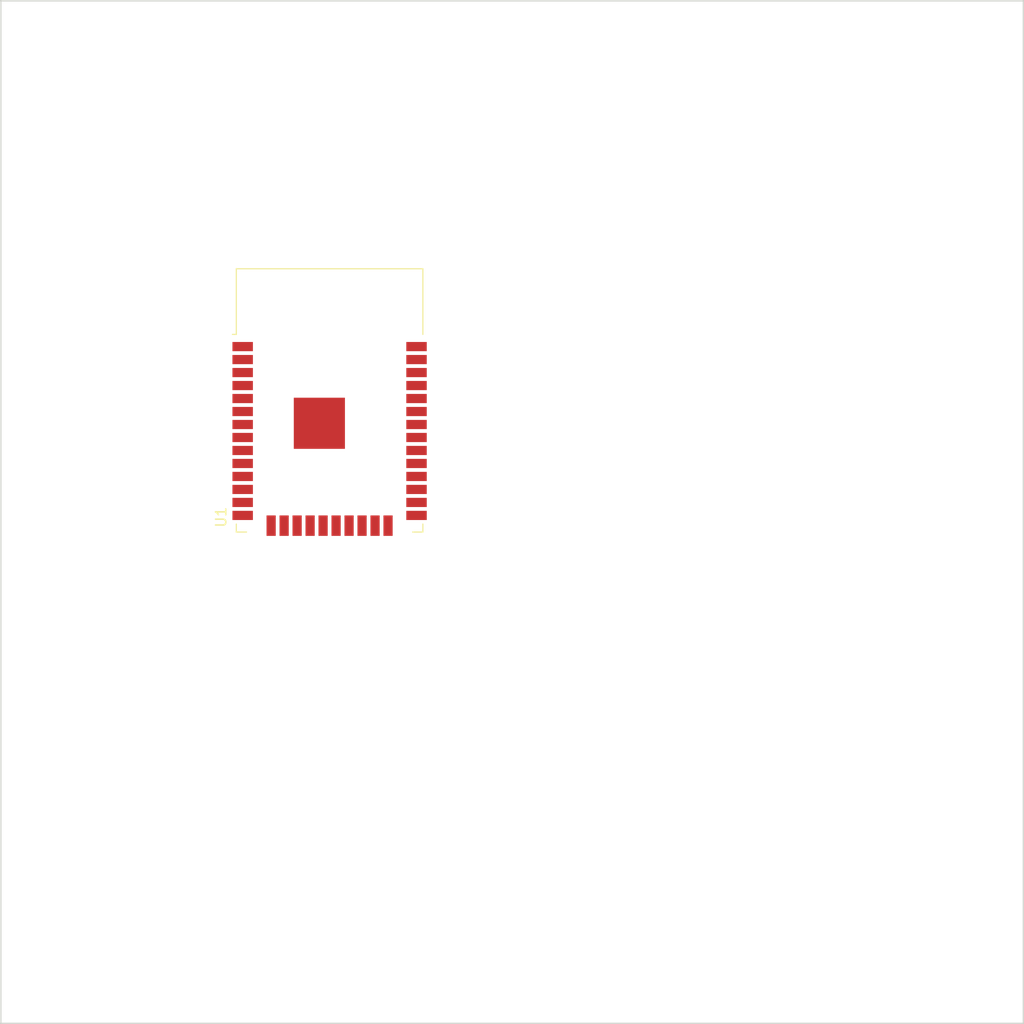
<source format=kicad_pcb>
(kicad_pcb (version 20211014) (generator pcbnew)
  (layers (0 "F.Cu" signal) (31 "B.Cu" signal) (34 "B.Paste" user) (35 "F.Paste" user) (36 "B.SilkS" user "B.Silkscreen") (37 "F.SilkS" user "F.Silkscreen") (38 "B.Mask" user) (39 "F.Mask" user) (44 "Edge.Cuts" user))
  (net 0 "")
  (net 1 "Net-(U1-Pad1)")
  (footprint "RF_Module:ESP32-WROOM-32" (layer "F.Cu") (at 82.153 92.068)
    (fp_text reference "U1" (at -10.61 8.43 90) (layer "F.SilkS"))
    (fp_text value "ESP32-WROOM-32")
    (fp_line (start -9.12 9.1) (end -9.12 9.88) (layer "F.SilkS") (width 0.12))
    (fp_line (start 9.12 9.88) (end 8.12 9.88) (layer "F.SilkS") (width 0.12))
    (fp_line (start -9.12 -15.865) (end -9.12 -9.445) (layer "F.SilkS") (width 0.12))
    (fp_line (start 9.12 -15.865) (end 9.12 -9.445) (layer "F.SilkS") (width 0.12))
    (fp_line (start -9.12 -9.445) (end -9.5 -9.445) (layer "F.SilkS") (width 0.12))
    (fp_line (start -9.12 9.88) (end -8.12 9.88) (layer "F.SilkS") (width 0.12))
    (fp_line (start -9.12 -15.865) (end 9.12 -15.865) (layer "F.SilkS") (width 0.12))
    (fp_line (start 9.12 9.1) (end 9.12 9.88) (layer "F.SilkS") (width 0.12))
    (pad "1" smd rect (at -8.5 -8.255) (size 2 0.9) (layers "F.Cu" "F.Paste" "F.Mask") (net 1 "Net-(U1-Pad1)"))
    (pad "2" smd rect (at -8.5 -6.985) (size 2 0.9) (layers "F.Cu" "F.Paste" "F.Mask"))
    (pad "3" smd rect (at -8.5 -5.715) (size 2 0.9) (layers "F.Cu" "F.Paste" "F.Mask"))
    (pad "4" smd rect (at -8.5 -4.445) (size 2 0.9) (layers "F.Cu" "F.Paste" "F.Mask"))
    (pad "5" smd rect (at -8.5 -3.175) (size 2 0.9) (layers "F.Cu" "F.Paste" "F.Mask"))
    (pad "6" smd rect (at -8.5 -1.905) (size 2 0.9) (layers "F.Cu" "F.Paste" "F.Mask"))
    (pad "7" smd rect (at -8.5 -0.635) (size 2 0.9) (layers "F.Cu" "F.Paste" "F.Mask"))
    (pad "8" smd rect (at -8.5 0.635) (size 2 0.9) (layers "F.Cu" "F.Paste" "F.Mask"))
    (pad "9" smd rect (at -8.5 1.905) (size 2 0.9) (layers "F.Cu" "F.Paste" "F.Mask"))
    (pad "10" smd rect (at -8.5 3.175) (size 2 0.9) (layers "F.Cu" "F.Paste" "F.Mask"))
    (pad "11" smd rect (at -8.5 4.445) (size 2 0.9) (layers "F.Cu" "F.Paste" "F.Mask"))
    (pad "12" smd rect (at -8.5 5.715) (size 2 0.9) (layers "F.Cu" "F.Paste" "F.Mask"))
    (pad "13" smd rect (at -8.5 6.985) (size 2 0.9) (layers "F.Cu" "F.Paste" "F.Mask"))
    (pad "14" smd rect (at -8.5 8.255) (size 2 0.9) (layers "F.Cu" "F.Paste" "F.Mask"))
    (pad "15" smd rect (at -5.715 9.255 90) (size 2 0.9) (layers "F.Cu" "F.Paste" "F.Mask") (net 1 "Net-(U1-Pad1)"))
    (pad "16" smd rect (at -4.445 9.255 90) (size 2 0.9) (layers "F.Cu" "F.Paste" "F.Mask"))
    (pad "17" smd rect (at -3.175 9.255 90) (size 2 0.9) (layers "F.Cu" "F.Paste" "F.Mask"))
    (pad "18" smd rect (at -1.905 9.255 90) (size 2 0.9) (layers "F.Cu" "F.Paste" "F.Mask"))
    (pad "19" smd rect (at -0.635 9.255 90) (size 2 0.9) (layers "F.Cu" "F.Paste" "F.Mask"))
    (pad "20" smd rect (at 0.635 9.255 90) (size 2 0.9) (layers "F.Cu" "F.Paste" "F.Mask"))
    (pad "21" smd rect (at 1.905 9.255 90) (size 2 0.9) (layers "F.Cu" "F.Paste" "F.Mask"))
    (pad "22" smd rect (at 3.175 9.255 90) (size 2 0.9) (layers "F.Cu" "F.Paste" "F.Mask"))
    (pad "23" smd rect (at 4.445 9.255 90) (size 2 0.9) (layers "F.Cu" "F.Paste" "F.Mask"))
    (pad "24" smd rect (at 5.715 9.255 90) (size 2 0.9) (layers "F.Cu" "F.Paste" "F.Mask"))
    (pad "25" smd rect (at 8.5 8.255) (size 2 0.9) (layers "F.Cu" "F.Paste" "F.Mask"))
    (pad "26" smd rect (at 8.5 6.985) (size 2 0.9) (layers "F.Cu" "F.Paste" "F.Mask"))
    (pad "27" smd rect (at 8.5 5.715) (size 2 0.9) (layers "F.Cu" "F.Paste" "F.Mask"))
    (pad "28" smd rect (at 8.5 4.445) (size 2 0.9) (layers "F.Cu" "F.Paste" "F.Mask"))
    (pad "29" smd rect (at 8.5 3.175) (size 2 0.9) (layers "F.Cu" "F.Paste" "F.Mask"))
    (pad "30" smd rect (at 8.5 1.905) (size 2 0.9) (layers "F.Cu" "F.Paste" "F.Mask"))
    (pad "31" smd rect (at 8.5 0.635) (size 2 0.9) (layers "F.Cu" "F.Paste" "F.Mask"))
    (pad "32" smd rect (at 8.5 -0.635) (size 2 0.9) (layers "F.Cu" "F.Paste" "F.Mask"))
    (pad "33" smd rect (at 8.5 -1.905) (size 2 0.9) (layers "F.Cu" "F.Paste" "F.Mask"))
    (pad "34" smd rect (at 8.5 -3.175) (size 2 0.9) (layers "F.Cu" "F.Paste" "F.Mask"))
    (pad "35" smd rect (at 8.5 -4.445) (size 2 0.9) (layers "F.Cu" "F.Paste" "F.Mask"))
    (pad "36" smd rect (at 8.5 -5.715) (size 2 0.9) (layers "F.Cu" "F.Paste" "F.Mask"))
    (pad "37" smd rect (at 8.5 -6.985) (size 2 0.9) (layers "F.Cu" "F.Paste" "F.Mask"))
    (pad "38" smd rect (at 8.5 -8.255) (size 2 0.9) (layers "F.Cu" "F.Paste" "F.Mask") (net 1 "Net-(U1-Pad1)"))
    (pad "39" smd rect (at -1 -0.755) (size 5 5) (layers "F.Cu" "F.Paste" "F.Mask") (net 1 "Net-(U1-Pad1)"))
  )
  (gr_line (start 150 50) (end 50 50) (layer "Edge.Cuts") (width 0.15))
  (gr_line (start 150 150) (end 150 50) (layer "Edge.Cuts") (width 0.15))
  (gr_line (start 50 150) (end 150 150) (layer "Edge.Cuts") (width 0.15))
  (gr_line (start 50 50) (end 50 150) (layer "Edge.Cuts") (width 0.15))
)
</source>
